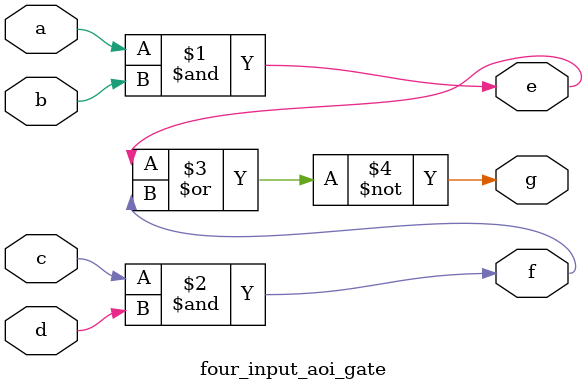
<source format=v>
`timescale 1ns / 1ps
 
//////////////////////////////////////////////////////////////////////////////////


module four_input_aoi_gate(
input a,
input b,
input c,
input d,
output e,
output f,
output g
    );
    assign e=a&b;
    assign f=c&d;
    assign g=~(e|f);
endmodule

</source>
